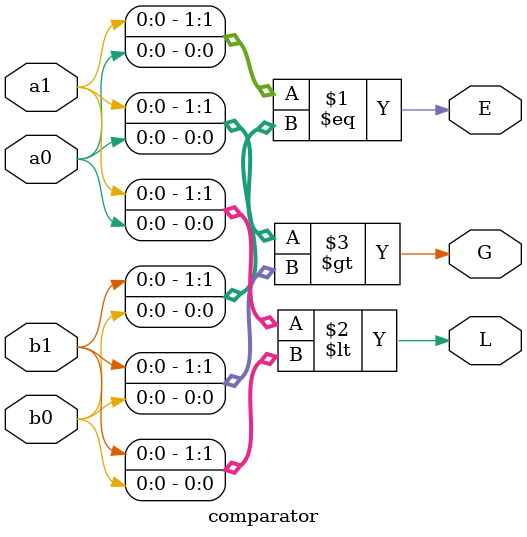
<source format=v>
module comparator(input a0,a1,b0,b1,output E,L,G);
  assign E = ({a1,a0} == {b1,b0}); //A==B;
  assign L = ({a1,a0} < {b1,b0});  //A<B
  assign G = ({a1,a0} > {b1,b0});
endmodule

</source>
